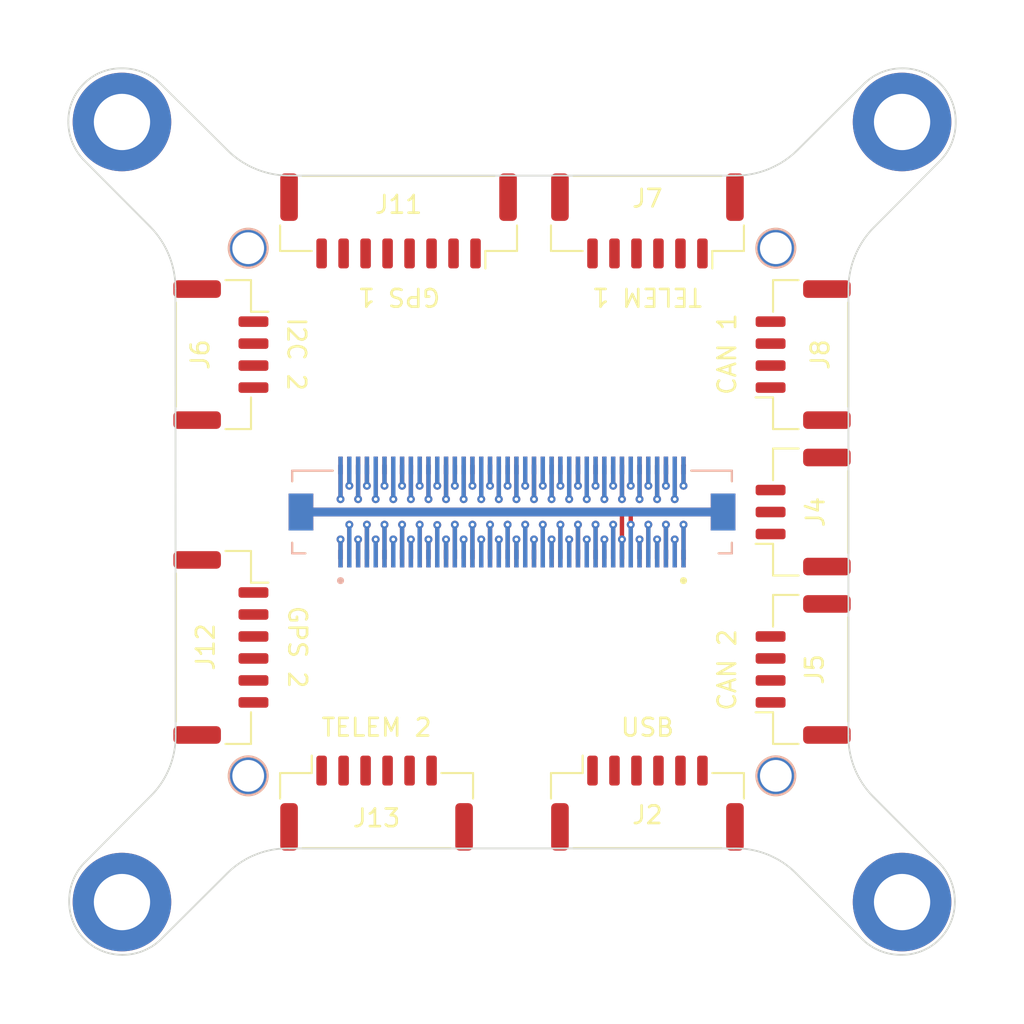
<source format=kicad_pcb>
(kicad_pcb (version 20211014) (generator pcbnew)
  (layers (0 "F.Cu" signal) (31 "B.Cu" signal) (34 "B.Paste" user) (35 "F.Paste" user) (36 "B.SilkS" user "B.Silkscreen") (37 "F.SilkS" user "F.Silkscreen") (38 "B.Mask" user) (39 "F.Mask" user) (44 "Edge.Cuts" user))
  (net 0 "")
  (net 1 "GND")
  (net 7 "unconnected-(J10-Pad1)")
  (net 8 "unconnected-(J10-Pad3)")
  (net 9 "unconnected-(J10-Pad5)")
  (net 10 "unconnected-(J10-Pad7)")
  (net 13 "/I2C2_SCL")
  (net 14 "/I2C2_SDA")
  (net 15 "unconnected-(J10-Pad8)")
  (net 17 "unconnected-(J10-Pad9)")
  (net 18 "unconnected-(J10-Pad10)")
  (net 19 "unconnected-(J10-Pad11)")
  (net 20 "unconnected-(J10-Pad12)")
  (net 21 "unconnected-(J10-Pad14)")
  (net 22 "unconnected-(J10-Pad17)")
  (net 23 "unconnected-(J10-Pad19)")
  (net 24 "unconnected-(J10-Pad23)")
  (net 25 "unconnected-(J10-Pad25)")
  (net 26 "unconnected-(J10-Pad26)")
  (net 27 "unconnected-(J10-Pad27)")
  (net 28 "unconnected-(J10-Pad29)")
  (net 29 "unconnected-(J10-Pad31)")
  (net 30 "unconnected-(J10-Pad33)")
  (net 31 "unconnected-(J10-Pad43)")
  (net 32 "unconnected-(J10-Pad45)")
  (net 33 "unconnected-(J10-Pad46)")
  (net 34 "unconnected-(J10-Pad47)")
  (net 35 "unconnected-(J10-Pad49)")
  (net 36 "unconnected-(J10-Pad50)")
  (net 37 "unconnected-(J10-Pad51)")
  (net 38 "unconnected-(J10-Pad52)")
  (net 39 "unconnected-(J10-Pad53)")
  (net 40 "unconnected-(J10-Pad54)")
  (net 41 "unconnected-(J10-Pad55)")
  (net 42 "unconnected-(J10-Pad56)")
  (net 43 "unconnected-(J10-Pad57)")
  (net 44 "unconnected-(J10-Pad58)")
  (net 45 "unconnected-(J10-Pad59)")
  (net 46 "unconnected-(J10-Pad60)")
  (net 47 "unconnected-(J10-Pad61)")
  (net 48 "unconnected-(J10-Pad62)")
  (net 49 "unconnected-(J10-Pad63)")
  (net 50 "unconnected-(J10-Pad64)")
  (net 51 "unconnected-(J10-Pad65)")
  (net 52 "unconnected-(J10-Pad66)")
  (net 53 "unconnected-(J10-Pad67)")
  (net 54 "unconnected-(J10-Pad68)")
  (net 55 "unconnected-(J10-Pad69)")
  (net 56 "unconnected-(J10-Pad70)")
  (net 57 "unconnected-(J10-Pad71)")
  (net 58 "unconnected-(J10-Pad72)")
  (net 59 "unconnected-(J10-Pad73)")
  (net 60 "unconnected-(J10-Pad74)")
  (net 61 "unconnected-(J10-Pad75)")
  (net 62 "unconnected-(J10-Pad76)")
  (net 63 "unconnected-(J10-Pad78)")
  (net 64 "unconnected-(J10-Pad80)")
  (net 65 "/USART1_RX_SPECKTRUM")
  (net 66 "/VBUS")
  (net 67 "/USB_OTG+")
  (net 68 "/USB_OTG-")
  (net 69 "/BUZZER")
  (net 70 "/FMU_LED_AMBER")
  (net 71 "/PRESSURE_SENSE")
  (net 72 "/CAN2+")
  (net 73 "/CAN2-")
  (net 74 "/SERIAL1_TX")
  (net 75 "/SERIAL1_RX")
  (net 76 "/SERIAL1_CTS")
  (net 77 "/SERIAL1_RTS")
  (net 78 "/CAN1+")
  (net 79 "/CAN1-")
  (net 80 "/SERIAL4_RX")
  (net 81 "/SERIAL4_TX")
  (net 82 "/SERIAL3_RX")
  (net 83 "/SERIAL3_TX")
  (net 84 "/SAFETY")
  (net 85 "/SAFETY_LED")
  (net 86 "/SERIAL2_RTS")
  (net 87 "/SERIAL2_CTS")
  (net 88 "/SERIAL2_RX")
  (net 89 "/I2C1_SDA")
  (net 90 "/SERIAL2_TX")
  (net 91 "/I2C1_SCL")
  (footprint "MountingHole:MountingHole_3.2mm_M3_DIN965_Pad" (layer "F.Cu") (at 93.625 47.275)
    (fp_text reference "H1")
    (fp_text value "MountingHole_Pad")
  )
  (footprint "MountingHole:MountingHole_3.2mm_M3_DIN965_Pad" (layer "F.Cu") (at 93.625 91.625 90)
    (fp_text reference "H4")
    (fp_text value "MountingHole_Pad")
  )
  (footprint "MountingHole:MountingHole_3.2mm_M3_DIN965_Pad" (layer "F.Cu") (at 137.975 47.275 -90)
    (fp_text reference "H2")
    (fp_text value "MountingHole_Pad")
  )
  (footprint "libraries:Cube_DF17_Module_Bus" (layer "F.Cu") (at 115.800001 69.45)
    (fp_text reference "J10" hide)
    (fp_text value "Pixhawk_Cube_DF17_Module_Bus_Grouped")
  )
  (footprint "Connector_JST:JST_GH_SM06B-GHS-TB_1x06-1MP_P1.25mm_Horizontal" (layer "F.Cu") (at 123.5 52.9 180)
    (fp_text reference "J7")
    (fp_text value "TELEM1")
  )
  (footprint "Connector_JST:JST_GH_SM04B-GHS-TB_1x04-1MP_P1.25mm_Horizontal" (layer "F.Cu") (at 99.25 60.5 -90)
    (fp_text reference "J6")
    (fp_text value "I2C2")
  )
  (footprint "Connector_JST:JST_GH_SM03B-GHS-TB_1x03-1MP_P1.25mm_Horizontal" (layer "F.Cu") (at 132.35 69.45 90)
    (fp_text reference "J4")
    (fp_text value "ADC")
  )
  (footprint "Connector_JST:JST_GH_SM08B-GHS-TB_1x08-1MP_P1.25mm_Horizontal" (layer "F.Cu") (at 109.35 52.9 180)
    (fp_text reference "J11")
    (fp_text value "GPS1 & I2C1")
  )
  (footprint "MountingHole:MountingHole_3.2mm_M3_DIN965_Pad" (layer "F.Cu") (at 137.974999 91.625 180)
    (fp_text reference "H3")
    (fp_text value "MountingHole_Pad")
  )
  (footprint "Connector_JST:JST_GH_SM06B-GHS-TB_1x06-1MP_P1.25mm_Horizontal" (layer "F.Cu") (at 123.5 86)
    (fp_text reference "J2")
    (fp_text value "USB, LED & BUZZER")
  )
  (footprint "Connector_JST:JST_GH_SM04B-GHS-TB_1x04-1MP_P1.25mm_Horizontal" (layer "F.Cu") (at 132.35 60.5 90)
    (fp_text reference "J8")
    (fp_text value "CAN1")
  )
  (footprint "Connector_JST:JST_GH_SM06B-GHS-TB_1x06-1MP_P1.25mm_Horizontal" (layer "F.Cu") (at 108.1 86)
    (fp_text reference "J13")
    (fp_text value "TELEM2")
  )
  (footprint "Connector_JST:JST_GH_SM04B-GHS-TB_1x04-1MP_P1.25mm_Horizontal" (layer "F.Cu") (at 132.35 78.4 90)
    (fp_text reference "J5")
    (fp_text value "CAN2")
  )
  (footprint "Connector_JST:JST_GH_SM06B-GHS-TB_1x06-1MP_P1.25mm_Horizontal" (layer "F.Cu") (at 99.25 77.15 -90)
    (fp_text reference "J12")
    (fp_text value "GPS2 & I2C2")
  )
  (gr_line (start 91.478537 89.400002) (end 95.258684 85.600001) (layer "Edge.Cuts") (width 0.1))
  (gr_arc (start 132.05 48.85) (mid 130.425896 49.937651) (end 128.51 50.325) (layer "Edge.Cuts") (width 0.1))
  (gr_arc (start 93.625 94.625001) (mid 91.503679 93.746321) (end 90.624999 91.625001) (layer "Edge.Cuts") (width 0.1))
  (gr_line (start 90.624999 91.625001) (end 90.625 91.525001) (layer "Edge.Cuts") (width 0.1))
  (gr_arc (start 136.35 85.65) (mid 135.2762 84.025439) (end 134.925 82.11) (layer "Edge.Cuts") (width 0.1))
  (gr_line (start 99.6 90.000001) (end 95.8 93.780147) (layer "Edge.Cuts") (width 0.1))
  (gr_line (start 95.8 45.078537) (end 99.6 48.858684) (layer "Edge.Cuts") (width 0.1))
  (gr_arc (start 99.6 90.000001) (mid 101.224567 88.926214) (end 103.14 88.575) (layer "Edge.Cuts") (width 0.1))
  (gr_arc (start 140.130146 89.45) (mid 140.756041 90.431605) (end 140.975 91.575) (layer "Edge.Cuts") (width 0.1))
  (gr_line (start 128.41 88.575) (end 103.14 88.575) (layer "Edge.Cuts") (width 0.1))
  (gr_line (start 132.05 48.85) (end 135.85 45.069854) (layer "Edge.Cuts") (width 0.1))
  (gr_line (start 96.675 82.060001) (end 96.666316 56.74) (layer "Edge.Cuts") (width 0.1))
  (gr_arc (start 91.419854 49.4) (mid 90.793959 48.418395) (end 90.575 47.275) (layer "Edge.Cuts") (width 0.1))
  (gr_arc (start 96.675 82.060001) (mid 96.330077 83.975327) (end 95.258684 85.600001) (layer "Edge.Cuts") (width 0.1))
  (gr_line (start 141.025001 47.225) (end 141.025 47.325) (layer "Edge.Cuts") (width 0.1))
  (gr_line (start 140.975 91.625) (end 140.975 91.575) (layer "Edge.Cuts") (width 0.1))
  (gr_line (start 95.2 53.2) (end 91.419854 49.4) (layer "Edge.Cuts") (width 0.1))
  (gr_arc (start 93.675 44.225) (mid 94.818447 44.450241) (end 95.8 45.078537) (layer "Edge.Cuts") (width 0.1))
  (gr_arc (start 138.025 44.225) (mid 140.146321 45.10368) (end 141.025001 47.225) (layer "Edge.Cuts") (width 0.1))
  (gr_line (start 140.171463 49.449999) (end 136.391316 53.25) (layer "Edge.Cuts") (width 0.1))
  (gr_arc (start 95.2 53.2) (mid 96.285233 54.824166) (end 96.666316 56.74) (layer "Edge.Cuts") (width 0.1))
  (gr_line (start 93.625 94.625001) (end 93.675 94.625001) (layer "Edge.Cuts") (width 0.1))
  (gr_arc (start 140.975 91.625) (mid 140.09632 93.746321) (end 137.975 94.625001) (layer "Edge.Cuts") (width 0.1))
  (gr_line (start 103.14 50.325) (end 128.51 50.325) (layer "Edge.Cuts") (width 0.1))
  (gr_arc (start 137.875 94.625) (mid 136.731554 94.399759) (end 135.750001 93.771463) (layer "Edge.Cuts") (width 0.1))
  (gr_line (start 136.35 85.65) (end 140.130146 89.45) (layer "Edge.Cuts") (width 0.1))
  (gr_arc (start 103.14 50.325) (mid 101.224166 49.943917) (end 99.6 48.858684) (layer "Edge.Cuts") (width 0.1))
  (gr_arc (start 135.85 45.069854) (mid 136.831605 44.443959) (end 137.975 44.225) (layer "Edge.Cuts") (width 0.1))
  (gr_arc (start 134.925 56.79) (mid 135.306083 54.874166) (end 136.391316 53.25) (layer "Edge.Cuts") (width 0.1))
  (gr_line (start 138.025 44.225) (end 137.975 44.225) (layer "Edge.Cuts") (width 0.1))
  (gr_arc (start 90.575 47.225) (mid 91.45368 45.103679) (end 93.575 44.224999) (layer "Edge.Cuts") (width 0.1))
  (gr_arc (start 95.8 93.780147) (mid 94.818395 94.406042) (end 93.675 94.625001) (layer "Edge.Cuts") (width 0.1))
  (gr_line (start 134.925 56.79) (end 134.925 82.11) (layer "Edge.Cuts") (width 0.1))
  (gr_line (start 137.975 94.625001) (end 137.875 94.625) (layer "Edge.Cuts") (width 0.1))
  (gr_line (start 135.750001 93.771463) (end 131.95 89.991316) (layer "Edge.Cuts") (width 0.1))
  (gr_line (start 90.575 47.225) (end 90.575 47.275) (layer "Edge.Cuts") (width 0.1))
  (gr_arc (start 90.625 91.525001) (mid 90.850241 90.381555) (end 91.478537 89.400002) (layer "Edge.Cuts") (width 0.1))
  (gr_arc (start 141.025 47.325) (mid 140.799759 48.468446) (end 140.171463 49.449999) (layer "Edge.Cuts") (width 0.1))
  (gr_arc (start 128.41 88.575) (mid 130.325331 88.919911) (end 131.95 89.991316) (layer "Edge.Cuts") (width 0.1))
  (gr_line (start 93.575 44.224999) (end 93.675 44.225) (layer "Edge.Cuts") (width 0.1))
  (gr_text "GPS 1" (at 109.375 57.225 180) (layer "F.SilkS") (effects (font (size 1 1))))
  (gr_text "GPS 2" (at 103.6 77.125 270) (layer "F.SilkS") (effects (font (size 1 1))))
  (gr_text "TELEM 1" (at 123.475 57.225 180) (layer "F.SilkS") (effects (font (size 1 1))))
  (gr_text "I2C 2" (at 103.55 60.475 270) (layer "F.SilkS") (effects (font (size 1 1))))
  (gr_text "USB" (at 123.5 81.7) (layer "F.SilkS") (effects (font (size 1 1))))
  (gr_text "TELEM 2" (at 108.1 81.7) (layer "F.SilkS") (effects (font (size 1 1))))
  (gr_text "CAN 1" (at 128.025 60.475 90) (layer "F.SilkS") (effects (font (size 1 1))))
  (gr_text "CAN 2" (at 128.025 78.425 90) (layer "F.SilkS") (effects (font (size 1 1))))
  (segment (start 127.800001 69.45) (end 122.595502 69.45) (width 0.5) (layer "F.Cu") (net 1))
  (segment (start 122.550001 69.495501) (end 122.595502 69.45) (width 0.25) (layer "F.Cu") (net 1))
  (segment (start 122.05 69.4875) (end 122.0875 69.45) (width 0.25) (layer "F.Cu") (net 1))
  (segment (start 122.595502 69.45) (end 122.0875 69.45) (width 0.5) (layer "F.Cu") (net 1))
  (segment (start 122.050002 71.0065) (end 122.050001 72.1) (width 0.25) (layer "F.Cu") (net 1))
  (segment (start 122.550001 70.167) (end 122.550001 72.1) (width 0.25) (layer "F.Cu") (net 1))
  (segment (start 122.550001 70.167) (end 122.550001 69.495501) (width 0.25) (layer "F.Cu") (net 1))
  (segment (start 122.050002 71.0065) (end 122.05 69.4875) (width 0.25) (layer "F.Cu") (net 1))
  (segment (start 122.0875 69.45) (end 103.800001 69.45) (width 0.5) (layer "F.Cu") (net 1))
  (via (at 122.050002 71.0065) (size 0.45) (drill 0.2) (layers "F.Cu" "B.Cu") (net 1))
  (via (at 122.550001 70.167) (size 0.45) (drill 0.2) (layers "F.Cu" "B.Cu") (net 1))
  (segment (start 122.550001 70.167) (end 122.550001 72.1) (width 0.25) (layer "B.Cu") (net 1))
  (segment (start 122.050002 71.0065) (end 122.050001 72.1) (width 0.25) (layer "B.Cu") (net 1))
  (segment (start 127.800001 69.45) (end 103.800001 69.45) (width 0.5) (layer "B.Cu") (net 1))
  (segment (start 125.550001 70.167) (end 125.550001 72.099999) (width 0.25) (layer "F.Cu") (net 7))
  (segment (start 125.550001 72.099999) (end 125.550001 72.1505) (width 0.25) (layer "F.Cu") (net 7))
  (via (at 125.550001 70.167) (size 0.45) (drill 0.2) (layers "F.Cu" "B.Cu") (net 7))
  (segment (start 125.550001 70.167) (end 125.550001 72.099999) (width 0.25) (layer "B.Cu") (net 7))
  (segment (start 125.050001 71.0065) (end 125.050001 72.1) (width 0.25) (layer "F.Cu") (net 8))
  (via (at 125.050001 71.0065) (size 0.45) (drill 0.2) (layers "F.Cu" "B.Cu") (net 8))
  (segment (start 125.050001 71.0065) (end 125.050001 72.1) (width 0.25) (layer "B.Cu") (net 8))
  (segment (start 124.550001 70.167) (end 124.550001 72.1) (width 0.25) (layer "F.Cu") (net 9))
  (via (at 124.550001 70.167) (size 0.45) (drill 0.2) (layers "F.Cu" "B.Cu") (net 9))
  (segment (start 124.550001 70.167) (end 124.550001 72.1) (width 0.25) (layer "B.Cu") (net 9))
  (segment (start 124.050001 71.0065) (end 124.050001 72.099999) (width 0.25) (layer "F.Cu") (net 10))
  (via (at 124.050001 71.0065) (size 0.45) (drill 0.2) (layers "F.Cu" "B.Cu") (net 10))
  (segment (start 124.050001 71.0065) (end 124.050001 72.099999) (width 0.25) (layer "B.Cu") (net 10))
  (segment (start 124.550001 67.9585) (end 124.550001 66.8) (width 0.25) (layer "F.Cu") (net 13))
  (via (at 124.550001 67.9585) (size 0.45) (drill 0.2) (layers "F.Cu" "B.Cu") (net 13))
  (segment (start 124.550001 67.9585) (end 124.550001 66.8) (width 0.25) (layer "B.Cu") (net 13))
  (segment (start 125.050001 68.7205) (end 125.050001 66.8) (width 0.25) (layer "F.Cu") (net 14))
  (via (at 125.050001 68.7205) (size 0.45) (drill 0.2) (layers "F.Cu" "B.Cu") (net 14))
  (segment (start 125.050001 68.7205) (end 125.050001 66.8) (width 0.25) (layer "B.Cu") (net 14))
  (segment (start 124.050001 68.7205) (end 124.050001 66.799999) (width 0.25) (layer "F.Cu") (net 15))
  (via (at 124.050001 68.7205) (size 0.45) (drill 0.2) (layers "F.Cu" "B.Cu") (net 15))
  (segment (start 124.050001 68.7205) (end 124.050001 66.799999) (width 0.25) (layer "B.Cu") (net 15))
  (segment (start 123.550002 70.167) (end 123.550001 72.1) (width 0.25) (layer "F.Cu") (net 17))
  (via (at 123.550002 70.167) (size 0.45) (drill 0.2) (layers "F.Cu" "B.Cu") (net 17))
  (segment (start 123.550002 70.167) (end 123.550001 72.1) (width 0.25) (layer "B.Cu") (net 17))
  (segment (start 123.550001 67.9585) (end 123.550001 66.8) (width 0.25) (layer "F.Cu") (net 18))
  (via (at 123.550001 67.9585) (size 0.45) (drill 0.2) (layers "F.Cu" "B.Cu") (net 18))
  (segment (start 123.550001 67.9585) (end 123.550001 66.8) (width 0.25) (layer "B.Cu") (net 18))
  (segment (start 123.05 71.006501) (end 123.050001 72.1) (width 0.25) (layer "F.Cu") (net 19))
  (via (at 123.05 71.006501) (size 0.45) (drill 0.2) (layers "F.Cu" "B.Cu") (net 19))
  (segment (start 123.05 71.006501) (end 123.050001 72.1) (width 0.25) (layer "B.Cu") (net 19))
  (segment (start 123.050001 68.7205) (end 123.050001 66.8) (width 0.25) (layer "F.Cu") (net 20))
  (via (at 123.050001 68.7205) (size 0.45) (drill 0.2) (layers "F.Cu" "B.Cu") (net 20))
  (segment (start 123.050001 68.7205) (end 123.050001 66.8) (width 0.25) (layer "B.Cu") (net 20))
  (segment (start 122.55 67.958501) (end 122.550001 66.8) (width 0.25) (layer "F.Cu") (net 21))
  (via (at 122.55 67.958501) (size 0.45) (drill 0.2) (layers "F.Cu" "B.Cu") (net 21))
  (segment (start 122.55 67.958501) (end 122.550001 66.8) (width 0.25) (layer "B.Cu") (net 21))
  (segment (start 121.550001 70.167) (end 121.550001 72.099999) (width 0.25) (layer "F.Cu") (net 22))
  (via (at 121.550001 70.167) (size 0.45) (drill 0.2) (layers "F.Cu" "B.Cu") (net 22))
  (segment (start 121.550001 70.167) (end 121.550001 72.099999) (width 0.25) (layer "B.Cu") (net 22))
  (segment (start 121.050001 71.006501) (end 121.050001 72.1) (width 0.25) (layer "F.Cu") (net 23))
  (via (at 121.050001 71.006501) (size 0.45) (drill 0.2) (layers "F.Cu" "B.Cu") (net 23))
  (segment (start 121.050001 71.006501) (end 121.050001 72.1) (width 0.25) (layer "B.Cu") (net 23))
  (segment (start 120.050001 71.0065) (end 120.050001 72.1) (width 0.25) (layer "F.Cu") (net 24))
  (via (at 120.050001 71.0065) (size 0.45) (drill 0.2) (layers "F.Cu" "B.Cu") (net 24))
  (segment (start 120.050001 71.0065) (end 120.050001 72.1) (width 0.25) (layer "B.Cu") (net 24))
  (segment (start 119.55 70.167) (end 119.550001 72.1) (width 0.25) (layer "F.Cu") (net 25))
  (via (at 119.55 70.167) (size 0.45) (drill 0.2) (layers "F.Cu" "B.Cu") (net 25))
  (segment (start 119.55 70.167) (end 119.550001 72.1) (width 0.25) (layer "B.Cu") (net 25))
  (segment (start 119.550001 67.9585) (end 119.550001 66.8) (width 0.25) (layer "F.Cu") (net 26))
  (via (at 119.550001 67.9585) (size 0.45) (drill 0.2) (layers "F.Cu" "B.Cu") (net 26))
  (segment (start 119.550001 67.9585) (end 119.550001 66.8) (width 0.25) (layer "B.Cu") (net 26))
  (segment (start 119.050001 71.0065) (end 119.050001 72.099999) (width 0.25) (layer "F.Cu") (net 27))
  (via (at 119.050001 71.0065) (size 0.45) (drill 0.2) (layers "F.Cu" "B.Cu") (net 27))
  (segment (start 119.050001 71.0065) (end 119.050001 72.099999) (width 0.25) (layer "B.Cu") (net 27))
  (segment (start 118.550002 70.167) (end 118.550001 72.1) (width 0.25) (layer "F.Cu") (net 28))
  (via (at 118.550002 70.167) (size 0.45) (drill 0.2) (layers "F.Cu" "B.Cu") (net 28))
  (segment (start 118.550002 70.167) (end 118.550001 72.1) (width 0.25) (layer "B.Cu") (net 28))
  (segment (start 118.050001 71.006499) (end 118.050001 72.1) (width 0.25) (layer "F.Cu") (net 29))
  (via (at 118.050001 71.006499) (size 0.45) (drill 0.2) (layers "F.Cu" "B.Cu") (net 29))
  (segment (start 118.050001 71.006499) (end 118.050001 72.1) (width 0.25) (layer "B.Cu") (net 29))
  (segment (start 117.550001 70.167) (end 117.55 72.1) (width 0.25) (layer "F.Cu") (net 30))
  (via (at 117.550001 70.167) (size 0.45) (drill 0.2) (layers "F.Cu" "B.Cu") (net 30))
  (segment (start 117.550001 70.167) (end 117.55 72.1) (width 0.25) (layer "B.Cu") (net 30))
  (segment (start 115.050001 71.0065) (end 115.050001 72.099999) (width 0.25) (layer "F.Cu") (net 31))
  (via (at 115.050001 71.0065) (size 0.45) (drill 0.2) (layers "F.Cu" "B.Cu") (net 31))
  (segment (start 115.050001 71.0065) (end 115.050001 72.099999) (width 0.25) (layer "B.Cu") (net 31))
  (segment (start 114.550001 70.166999) (end 114.550001 72.1) (width 0.25) (layer "F.Cu") (net 32))
  (via (at 114.550001 70.166999) (size 0.45) (drill 0.2) (layers "F.Cu" "B.Cu") (net 32))
  (segment (start 114.550001 70.166999) (end 114.550001 72.1) (width 0.25) (layer "B.Cu") (net 32))
  (segment (start 114.550001 67.9585) (end 114.550001 66.8) (width 0.25) (layer "F.Cu") (net 33))
  (via (at 114.550001 67.9585) (size 0.45) (drill 0.2) (layers "F.Cu" "B.Cu") (net 33))
  (segment (start 114.550001 67.9585) (end 114.550001 66.8) (width 0.25) (layer "B.Cu") (net 33))
  (segment (start 114.050001 71.0065) (end 114.050001 72.099999) (width 0.25) (layer "F.Cu") (net 34))
  (via (at 114.050001 71.0065) (size 0.45) (drill 0.2) (layers "F.Cu" "B.Cu") (net 34))
  (segment (start 114.050001 71.0065) (end 114.050001 72.099999) (width 0.25) (layer "B.Cu") (net 34))
  (segment (start 113.550001 70.167) (end 113.550001 72.1) (width 0.25) (layer "F.Cu") (net 35))
  (via (at 113.550001 70.167) (size 0.45) (drill 0.2) (layers "F.Cu" "B.Cu") (net 35))
  (segment (start 113.550001 70.167) (end 113.550001 72.1) (width 0.25) (layer "B.Cu") (net 35))
  (segment (start 113.550001 66.8) (end 113.55 67.958501) (width 0.25) (layer "F.Cu") (net 36))
  (via (at 113.55 67.958501) (size 0.45) (drill 0.2) (layers "F.Cu" "B.Cu") (net 36))
  (segment (start 113.55 67.958501) (end 113.550001 66.8) (width 0.25) (layer "B.Cu") (net 36))
  (segment (start 113.050001 71.006499) (end 113.050001 72.1) (width 0.25) (layer "F.Cu") (net 37))
  (via (at 113.050001 71.006499) (size 0.45) (drill 0.2) (layers "F.Cu" "B.Cu") (net 37))
  (segment (start 113.050001 71.006499) (end 113.050001 72.1) (width 0.25) (layer "B.Cu") (net 37))
  (segment (start 113.050001 68.7205) (end 113.050001 66.8) (width 0.25) (layer "F.Cu") (net 38))
  (via (at 113.050001 68.7205) (size 0.45) (drill 0.2) (layers "F.Cu" "B.Cu") (net 38))
  (segment (start 113.050001 68.7205) (end 113.050001 66.8) (width 0.25) (layer "B.Cu") (net 38))
  (segment (start 112.550001 70.167) (end 112.550001 72.099999) (width 0.25) (layer "F.Cu") (net 39))
  (via (at 112.550001 70.167) (size 0.45) (drill 0.2) (layers "F.Cu" "B.Cu") (net 39))
  (segment (start 112.550001 70.167) (end 112.550001 72.099999) (width 0.25) (layer "B.Cu") (net 39))
  (segment (start 112.550001 67.958501) (end 112.550001 66.799999) (width 0.25) (layer "F.Cu") (net 40))
  (via (at 112.550001 67.958501) (size 0.45) (drill 0.2) (layers "F.Cu" "B.Cu") (net 40))
  (segment (start 112.550001 67.958501) (end 112.550001 66.799999) (width 0.25) (layer "B.Cu") (net 40))
  (segment (start 112.050001 71.006501) (end 112.050001 72.1) (width 0.25) (layer "F.Cu") (net 41))
  (via (at 112.050001 71.006501) (size 0.45) (drill 0.2) (layers "F.Cu" "B.Cu") (net 41))
  (segment (start 112.050001 72.1) (end 112.050001 71.006501) (width 0.25) (layer "B.Cu") (net 41))
  (segment (start 112.050002 68.7205) (end 112.050001 66.8) (width 0.25) (layer "F.Cu") (net 42))
  (via (at 112.050002 68.7205) (size 0.45) (drill 0.2) (layers "F.Cu" "B.Cu") (net 42))
  (segment (start 112.050002 68.7205) (end 112.050001 66.8) (width 0.25) (layer "B.Cu") (net 42))
  (segment (start 111.550001 70.1875) (end 111.550001 72.1) (width 0.25) (layer "F.Cu") (net 43))
  (segment (start 111.55 72.120501) (end 111.550001 72.1) (width 0.25) (layer "F.Cu") (net 43))
  (via (at 111.550001 70.1875) (size 0.45) (drill 0.2) (layers "F.Cu" "B.Cu") (net 43))
  (segment (start 111.550001 70.1875) (end 111.550001 72.1) (width 0.25) (layer "B.Cu") (net 43))
  (segment (start 111.550001 67.9585) (end 111.550001 66.8) (width 0.25) (layer "F.Cu") (net 44))
  (via (at 111.550001 67.9585) (size 0.45) (drill 0.2) (layers "F.Cu" "B.Cu") (net 44))
  (segment (start 111.550001 67.9585) (end 111.550001 66.8) (width 0.25) (layer "B.Cu") (net 44))
  (segment (start 111.050001 71.0065) (end 111.050001 72.1) (width 0.25) (layer "F.Cu") (net 45))
  (via (at 111.050001 71.0065) (size 0.45) (drill 0.2) (layers "F.Cu" "B.Cu") (net 45))
  (segment (start 111.050001 71.0065) (end 111.050001 72.1) (width 0.25) (layer "B.Cu") (net 45))
  (segment (start 111.050001 68.7205) (end 111.050001 66.8) (width 0.25) (layer "F.Cu") (net 46))
  (via (at 111.050001 68.7205) (size 0.45) (drill 0.2) (layers "F.Cu" "B.Cu") (net 46))
  (segment (start 111.050001 68.7205) (end 111.050001 66.8) (width 0.25) (layer "B.Cu") (net 46))
  (segment (start 110.55 70.167) (end 110.550001 72.1) (width 0.25) (layer "F.Cu") (net 47))
  (via (at 110.55 70.167) (size 0.45) (drill 0.2) (layers "F.Cu" "B.Cu") (net 47))
  (segment (start 110.55 70.167) (end 110.550001 72.1) (width 0.25) (layer "B.Cu") (net 47))
  (segment (start 110.550001 67.9585) (end 110.550001 66.8) (width 0.25) (layer "F.Cu") (net 48))
  (via (at 110.550001 67.9585) (size 0.45) (drill 0.2) (layers "F.Cu" "B.Cu") (net 48))
  (segment (start 110.550001 67.9585) (end 110.550001 66.8) (width 0.25) (layer "B.Cu") (net 48))
  (segment (start 110.050001 71.0065) (end 110.050001 72.099999) (width 0.25) (layer "F.Cu") (net 49))
  (via (at 110.050001 71.0065) (size 0.45) (drill 0.2) (layers "F.Cu" "B.Cu") (net 49))
  (segment (start 110.050001 71.0065) (end 110.050001 72.099999) (width 0.25) (layer "B.Cu") (net 49))
  (segment (start 110.050001 68.7205) (end 110.050001 66.799999) (width 0.25) (layer "F.Cu") (net 50))
  (via (at 110.050001 68.7205) (size 0.45) (drill 0.2) (layers "F.Cu" "B.Cu") (net 50))
  (segment (start 110.050001 68.7205) (end 110.050001 66.799999) (width 0.25) (layer "B.Cu") (net 50))
  (segment (start 109.550002 70.167) (end 109.550001 72.1) (width 0.25) (layer "F.Cu") (net 51))
  (via (at 109.550002 70.167) (size 0.45) (drill 0.2) (layers "F.Cu" "B.Cu") (net 51))
  (segment (start 109.550002 70.167) (end 109.550001 72.1) (width 0.25) (layer "B.Cu") (net 51))
  (segment (start 109.550001 67.9585) (end 109.550001 66.8) (width 0.25) (layer "F.Cu") (net 52))
  (via (at 109.550001 67.9585) (size 0.45) (drill 0.2) (layers "F.Cu" "B.Cu") (net 52))
  (segment (start 109.550001 67.9585) (end 109.550001 66.8) (width 0.25) (layer "B.Cu") (net 52))
  (segment (start 109.05 71.006501) (end 109.050001 72.1) (width 0.25) (layer "F.Cu") (net 53))
  (via (at 109.05 71.006501) (size 0.45) (drill 0.2) (layers "F.Cu" "B.Cu") (net 53))
  (segment (start 109.050001 72.1) (end 109.05 71.006501) (width 0.25) (layer "B.Cu") (net 53))
  (segment (start 109.050001 68.7205) (end 109.050001 66.8) (width 0.25) (layer "F.Cu") (net 54))
  (via (at 109.050001 68.7205) (size 0.45) (drill 0.2) (layers "F.Cu" "B.Cu") (net 54))
  (segment (start 109.050001 68.7205) (end 109.050001 66.8) (width 0.25) (layer "B.Cu") (net 54))
  (segment (start 108.550001 70.167) (end 108.550001 72.1) (width 0.25) (layer "F.Cu") (net 55))
  (via (at 108.550001 70.167) (size 0.45) (drill 0.2) (layers "F.Cu" "B.Cu") (net 55))
  (segment (start 108.550001 70.167) (end 108.550001 72.1) (width 0.25) (layer "B.Cu") (net 55))
  (segment (start 108.550002 67.9585) (end 108.550001 66.8) (width 0.25) (layer "F.Cu") (net 56))
  (via (at 108.550002 67.9585) (size 0.45) (drill 0.2) (layers "F.Cu" "B.Cu") (net 56))
  (segment (start 108.550002 67.9585) (end 108.550001 66.8) (width 0.25) (layer "B.Cu") (net 56))
  (segment (start 108.050002 71.0065) (end 108.050001 72.1) (width 0.25) (layer "F.Cu") (net 57))
  (via (at 108.050002 71.0065) (size 0.45) (drill 0.2) (layers "F.Cu" "B.Cu") (net 57))
  (segment (start 108.050002 71.0065) (end 108.050001 72.1) (width 0.25) (layer "B.Cu") (net 57))
  (segment (start 108.05 68.7205) (end 108.050001 66.8) (width 0.25) (layer "F.Cu") (net 58))
  (via (at 108.05 68.7205) (size 0.45) (drill 0.2) (layers "F.Cu" "B.Cu") (net 58))
  (segment (start 108.05 68.7205) (end 108.050001 66.8) (width 0.25) (layer "B.Cu") (net 58))
  (segment (start 107.550001 70.167) (end 107.550001 72.099999) (width 0.25) (layer "F.Cu") (net 59))
  (via (at 107.550001 70.167) (size 0.45) (drill 0.2) (layers "F.Cu" "B.Cu") (net 59))
  (segment (start 107.550001 70.167) (end 107.550001 72.099999) (width 0.25) (layer "B.Cu") (net 59))
  (segment (start 107.550001 67.958501) (end 107.550001 66.799999) (width 0.25) (layer "F.Cu") (net 60))
  (via (at 107.550001 67.958501) (size 0.45) (drill 0.2) (layers "F.Cu" "B.Cu") (net 60))
  (segment (start 107.550001 67.958501) (end 107.550001 66.799999) (width 0.25) (layer "B.Cu") (net 60))
  (segment (start 107.050001 71.0065) (end 107.050001 72.1) (width 0.25) (layer "F.Cu") (net 61))
  (via (at 107.050001 71.0065) (size 0.45) (drill 0.2) (layers "F.Cu" "B.Cu") (net 61))
  (segment (start 107.050001 71.0065) (end 107.050001 72.1) (width 0.25) (layer "B.Cu") (net 61))
  (segment (start 107.050001 68.7205) (end 107.050001 66.8) (width 0.25) (layer "F.Cu") (net 62))
  (via (at 107.050001 68.7205) (size 0.45) (drill 0.2) (layers "F.Cu" "B.Cu") (net 62))
  (segment (start 107.050001 68.7205) (end 107.050001 66.8) (width 0.25) (layer "B.Cu") (net 62))
  (segment (start 106.550001 67.9585) (end 106.550001 66.8) (width 0.25) (layer "F.Cu") (net 63))
  (via (at 106.550001 67.9585) (size 0.45) (drill 0.2) (layers "F.Cu" "B.Cu") (net 63))
  (segment (start 106.550001 67.9585) (end 106.550001 66.8) (width 0.25) (layer "B.Cu") (net 63))
  (segment (start 106.050001 68.7205) (end 106.05 66.8) (width 0.25) (layer "F.Cu") (net 64))
  (via (at 106.050001 68.7205) (size 0.45) (drill 0.2) (layers "F.Cu" "B.Cu") (net 64))
  (segment (start 106.050001 68.7205) (end 106.05 66.8) (width 0.25) (layer "B.Cu") (net 64))
  (segment (start 114.050001 68.7205) (end 114.050002 66.8) (width 0.25) (layer "F.Cu") (net 65))
  (via (at 114.050001 68.7205) (size 0.45) (drill 0.2) (layers "F.Cu" "B.Cu") (net 65))
  (segment (start 114.050001 68.7205) (end 114.050002 66.8) (width 0.25) (layer "B.Cu") (net 65))
  (segment (start 125.550002 66.8) (end 125.564501 66.8) (width 0.25) (layer "F.Cu") (net 70))
  (segment (start 125.550001 67.958501) (end 125.550002 66.8) (width 0.25) (layer "F.Cu") (net 70))
  (via (at 125.550001 67.958501) (size 0.45) (drill 0.2) (layers "F.Cu" "B.Cu") (net 70))
  (segment (start 125.550001 67.958501) (end 125.550002 66.8) (width 0.25) (layer "B.Cu") (net 70))
  (segment (start 120.550001 70.167) (end 120.550001 72.1) (width 0.25) (layer "F.Cu") (net 71))
  (via (at 120.550001 70.167) (size 0.45) (drill 0.2) (layers "F.Cu" "B.Cu") (net 71))
  (segment (start 120.550001 70.167) (end 120.550001 72.1) (width 0.25) (layer "B.Cu") (net 71))
  (segment (start 115.550001 70.167) (end 115.550001 72.1) (width 0.25) (layer "F.Cu") (net 72))
  (via (at 115.550001 70.167) (size 0.45) (drill 0.2) (layers "F.Cu" "B.Cu") (net 72))
  (segment (start 115.550001 70.167) (end 115.550001 72.1) (width 0.25) (layer "B.Cu") (net 72))
  (segment (start 116.050001 71.0065) (end 116.050001 72.1) (width 0.25) (layer "F.Cu") (net 73))
  (via (at 116.050001 71.0065) (size 0.45) (drill 0.2) (layers "F.Cu" "B.Cu") (net 73))
  (segment (start 116.050001 71.0065) (end 116.050001 72.1) (width 0.25) (layer "B.Cu") (net 73))
  (segment (start 116.050001 68.7205) (end 116.050001 66.8) (width 0.25) (layer "F.Cu") (net 74))
  (via (at 116.050001 68.7205) (size 0.45) (drill 0.2) (layers "F.Cu" "B.Cu") (net 74))
  (segment (start 116.050001 68.7205) (end 116.050001 66.8) (width 0.25) (layer "B.Cu") (net 74))
  (segment (start 116.550001 67.958501) (end 116.550002 66.8) (width 0.25) (layer "F.Cu") (net 75))
  (via (at 116.550001 67.958501) (size 0.45) (drill 0.2) (layers "F.Cu" "B.Cu") (net 75))
  (segment (start 116.550001 67.958501) (end 116.550002 66.8) (width 0.25) (layer "B.Cu") (net 75))
  (segment (start 115.050001 68.7205) (end 115.05 66.8) (width 0.25) (layer "F.Cu") (net 76))
  (via (at 115.050001 68.7205) (size 0.45) (drill 0.2) (layers "F.Cu" "B.Cu") (net 76))
  (segment (start 115.050001 68.7205) (end 115.05 66.8) (width 0.25) (layer "B.Cu") (net 76))
  (segment (start 115.550001 67.9585) (end 115.550001 66.8) (width 0.25) (layer "F.Cu") (net 77))
  (via (at 115.550001 67.9585) (size 0.45) (drill 0.2) (layers "F.Cu" "B.Cu") (net 77))
  (segment (start 115.550001 67.9585) (end 115.550001 66.8) (width 0.25) (layer "B.Cu") (net 77))
  (segment (start 106.050001 71.0065) (end 106.050001 72.099999) (width 0.25) (layer "F.Cu") (net 78))
  (via (at 106.050001 71.0065) (size 0.45) (drill 0.2) (layers "F.Cu" "B.Cu") (net 78))
  (segment (start 106.050001 71.0065) (end 106.050001 72.099999) (width 0.25) (layer "B.Cu") (net 78))
  (segment (start 106.550001 70.167) (end 106.550001 72.1) (width 0.25) (layer "F.Cu") (net 79))
  (via (at 106.550001 70.167) (size 0.45) (drill 0.2) (layers "F.Cu" "B.Cu") (net 79))
  (segment (start 106.550001 70.167) (end 106.550001 72.1) (width 0.25) (layer "B.Cu") (net 79))
  (segment (start 122.05 68.7205) (end 122.050001 66.8) (width 0.25) (layer "F.Cu") (net 80))
  (via (at 122.05 68.7205) (size 0.45) (drill 0.2) (layers "F.Cu" "B.Cu") (net 80))
  (segment (start 122.05 68.7205) (end 122.050001 66.8) (width 0.25) (layer "B.Cu") (net 80))
  (segment (start 121.550001 67.958501) (end 121.550001 66.799999) (width 0.25) (layer "F.Cu") (net 81))
  (via (at 121.550001 67.958501) (size 0.45) (drill 0.2) (layers "F.Cu" "B.Cu") (net 81))
  (segment (start 121.550001 67.958501) (end 121.550001 66.799999) (width 0.25) (layer "B.Cu") (net 81))
  (segment (start 121.050002 68.7205) (end 121.050001 66.8) (width 0.25) (layer "F.Cu") (net 82))
  (via (at 121.050002 68.7205) (size 0.45) (drill 0.2) (layers "F.Cu" "B.Cu") (net 82))
  (segment (start 121.050002 68.7205) (end 121.050001 66.8) (width 0.25) (layer "B.Cu") (net 82))
  (segment (start 120.550001 67.9585) (end 120.550001 66.8) (width 0.25) (layer "F.Cu") (net 83))
  (via (at 120.550001 67.9585) (size 0.45) (drill 0.2) (layers "F.Cu" "B.Cu") (net 83))
  (segment (start 120.550001 67.9585) (end 120.550001 66.8) (width 0.25) (layer "B.Cu") (net 83))
  (segment (start 120.050001 68.7205) (end 120.050001 66.8) (width 0.25) (layer "F.Cu") (net 84))
  (via (at 120.050001 68.7205) (size 0.45) (drill 0.2) (layers "F.Cu" "B.Cu") (net 84))
  (segment (start 120.050001 68.7205) (end 120.050001 66.8) (width 0.25) (layer "B.Cu") (net 84))
  (segment (start 119.050001 68.7205) (end 119.050001 66.799999) (width 0.25) (layer "F.Cu") (net 85))
  (via (at 119.050001 68.7205) (size 0.45) (drill 0.2) (layers "F.Cu" "B.Cu") (net 85))
  (segment (start 119.050001 68.7205) (end 119.050001 66.799999) (width 0.25) (layer "B.Cu") (net 85))
  (segment (start 118.550001 67.9585) (end 118.550001 66.8) (width 0.25) (layer "F.Cu") (net 86))
  (via (at 118.550001 67.9585) (size 0.45) (drill 0.2) (layers "F.Cu" "B.Cu") (net 86))
  (segment (start 118.550001 67.9585) (end 118.550001 66.8) (width 0.25) (layer "B.Cu") (net 86))
  (segment (start 118.050001 68.7205) (end 118.050001 66.8) (width 0.25) (layer "F.Cu") (net 87))
  (via (at 118.050001 68.7205) (size 0.45) (drill 0.2) (layers "F.Cu" "B.Cu") (net 87))
  (segment (start 118.050001 68.7205) (end 118.050001 66.8) (width 0.25) (layer "B.Cu") (net 87))
  (segment (start 117.550002 67.9585) (end 117.55 66.8) (width 0.25) (layer "F.Cu") (net 88))
  (via (at 117.550002 67.9585) (size 0.45) (drill 0.2) (layers "F.Cu" "B.Cu") (net 88))
  (segment (start 117.550002 67.9585) (end 117.55 66.8) (width 0.25) (layer "B.Cu") (net 88))
  (segment (start 117.050001 71.006501) (end 117.050001 72.1) (width 0.25) (layer "F.Cu") (net 89))
  (via (at 117.050001 71.006501) (size 0.45) (drill 0.2) (layers "F.Cu" "B.Cu") (net 89))
  (segment (start 117.050001 71.006501) (end 117.050001 72.1) (width 0.25) (layer "B.Cu") (net 89))
  (segment (start 117.05 68.7205) (end 117.050001 66.8) (width 0.25) (layer "F.Cu") (net 90))
  (via (at 117.05 68.7205) (size 0.45) (drill 0.2) (layers "F.Cu" "B.Cu") (net 90))
  (segment (start 117.05 68.7205) (end 117.050001 66.8) (width 0.25) (layer "B.Cu") (net 90))
  (segment (start 116.550001 70.167) (end 116.550001 72.099999) (width 0.25) (layer "F.Cu") (net 91))
  (via (at 116.550001 70.167) (size 0.45) (drill 0.2) (layers "F.Cu" "B.Cu") (net 91))
  (segment (start 116.550001 70.167) (end 116.550001 72.099999) (width 0.25) (layer "B.Cu") (net 91))
)
</source>
